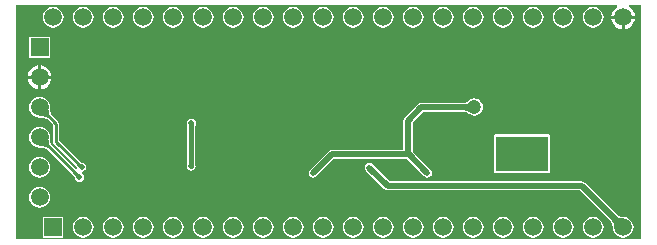
<source format=gbl>
G04*
G04 #@! TF.GenerationSoftware,Altium Limited,Altium Designer,19.1.8 (144)*
G04*
G04 Layer_Physical_Order=2*
G04 Layer_Color=16711680*
%FSLAX25Y25*%
%MOIN*%
G70*
G01*
G75*
%ADD12C,0.01000*%
%ADD14C,0.02000*%
%ADD40C,0.01500*%
%ADD42C,0.05906*%
%ADD43R,0.05906X0.05906*%
%ADD44C,0.04724*%
%ADD45R,0.05906X0.05906*%
%ADD46C,0.01968*%
%ADD47R,0.17600X0.11800*%
G36*
X226000Y-3980D02*
X17520Y-3980D01*
Y73980D01*
X217974Y73980D01*
X218073Y73480D01*
X218007Y73453D01*
X217181Y72819D01*
X216547Y71993D01*
X216149Y71032D01*
X216079Y70500D01*
X220000D01*
X223921D01*
X223851Y71032D01*
X223453Y71993D01*
X222819Y72819D01*
X221993Y73453D01*
X221927Y73480D01*
X222026Y73980D01*
X226000D01*
Y-3980D01*
D02*
G37*
%LPC*%
G36*
X210000Y73483D02*
X209099Y73364D01*
X208259Y73016D01*
X207538Y72462D01*
X206984Y71741D01*
X206636Y70901D01*
X206518Y70000D01*
X206636Y69099D01*
X206984Y68259D01*
X207538Y67537D01*
X208259Y66984D01*
X209099Y66636D01*
X210000Y66518D01*
X210901Y66636D01*
X211741Y66984D01*
X212462Y67537D01*
X213016Y68259D01*
X213364Y69099D01*
X213482Y70000D01*
X213364Y70901D01*
X213016Y71741D01*
X212462Y72462D01*
X211741Y73016D01*
X210901Y73364D01*
X210000Y73483D01*
D02*
G37*
G36*
X200000D02*
X199099Y73364D01*
X198259Y73016D01*
X197538Y72462D01*
X196984Y71741D01*
X196636Y70901D01*
X196518Y70000D01*
X196636Y69099D01*
X196984Y68259D01*
X197538Y67537D01*
X198259Y66984D01*
X199099Y66636D01*
X200000Y66518D01*
X200901Y66636D01*
X201741Y66984D01*
X202463Y67537D01*
X203016Y68259D01*
X203364Y69099D01*
X203483Y70000D01*
X203364Y70901D01*
X203016Y71741D01*
X202463Y72462D01*
X201741Y73016D01*
X200901Y73364D01*
X200000Y73483D01*
D02*
G37*
G36*
X190000D02*
X189099Y73364D01*
X188259Y73016D01*
X187538Y72462D01*
X186984Y71741D01*
X186636Y70901D01*
X186518Y70000D01*
X186636Y69099D01*
X186984Y68259D01*
X187538Y67537D01*
X188259Y66984D01*
X189099Y66636D01*
X190000Y66518D01*
X190901Y66636D01*
X191741Y66984D01*
X192463Y67537D01*
X193016Y68259D01*
X193364Y69099D01*
X193482Y70000D01*
X193364Y70901D01*
X193016Y71741D01*
X192463Y72462D01*
X191741Y73016D01*
X190901Y73364D01*
X190000Y73483D01*
D02*
G37*
G36*
X180000D02*
X179099Y73364D01*
X178259Y73016D01*
X177538Y72462D01*
X176984Y71741D01*
X176636Y70901D01*
X176517Y70000D01*
X176636Y69099D01*
X176984Y68259D01*
X177538Y67537D01*
X178259Y66984D01*
X179099Y66636D01*
X180000Y66518D01*
X180901Y66636D01*
X181741Y66984D01*
X182463Y67537D01*
X183016Y68259D01*
X183364Y69099D01*
X183483Y70000D01*
X183364Y70901D01*
X183016Y71741D01*
X182463Y72462D01*
X181741Y73016D01*
X180901Y73364D01*
X180000Y73483D01*
D02*
G37*
G36*
X170000D02*
X169099Y73364D01*
X168259Y73016D01*
X167537Y72462D01*
X166984Y71741D01*
X166636Y70901D01*
X166517Y70000D01*
X166636Y69099D01*
X166984Y68259D01*
X167537Y67537D01*
X168259Y66984D01*
X169099Y66636D01*
X170000Y66518D01*
X170901Y66636D01*
X171741Y66984D01*
X172462Y67537D01*
X173016Y68259D01*
X173364Y69099D01*
X173483Y70000D01*
X173364Y70901D01*
X173016Y71741D01*
X172462Y72462D01*
X171741Y73016D01*
X170901Y73364D01*
X170000Y73483D01*
D02*
G37*
G36*
X160000D02*
X159099Y73364D01*
X158259Y73016D01*
X157537Y72462D01*
X156984Y71741D01*
X156636Y70901D01*
X156518Y70000D01*
X156636Y69099D01*
X156984Y68259D01*
X157537Y67537D01*
X158259Y66984D01*
X159099Y66636D01*
X160000Y66518D01*
X160901Y66636D01*
X161741Y66984D01*
X162462Y67537D01*
X163016Y68259D01*
X163364Y69099D01*
X163482Y70000D01*
X163364Y70901D01*
X163016Y71741D01*
X162462Y72462D01*
X161741Y73016D01*
X160901Y73364D01*
X160000Y73483D01*
D02*
G37*
G36*
X150000D02*
X149099Y73364D01*
X148259Y73016D01*
X147538Y72462D01*
X146984Y71741D01*
X146636Y70901D01*
X146518Y70000D01*
X146636Y69099D01*
X146984Y68259D01*
X147538Y67537D01*
X148259Y66984D01*
X149099Y66636D01*
X150000Y66518D01*
X150901Y66636D01*
X151741Y66984D01*
X152462Y67537D01*
X153016Y68259D01*
X153364Y69099D01*
X153482Y70000D01*
X153364Y70901D01*
X153016Y71741D01*
X152462Y72462D01*
X151741Y73016D01*
X150901Y73364D01*
X150000Y73483D01*
D02*
G37*
G36*
X140000D02*
X139099Y73364D01*
X138259Y73016D01*
X137538Y72462D01*
X136984Y71741D01*
X136636Y70901D01*
X136518Y70000D01*
X136636Y69099D01*
X136984Y68259D01*
X137538Y67537D01*
X138259Y66984D01*
X139099Y66636D01*
X140000Y66518D01*
X140901Y66636D01*
X141741Y66984D01*
X142463Y67537D01*
X143016Y68259D01*
X143364Y69099D01*
X143482Y70000D01*
X143364Y70901D01*
X143016Y71741D01*
X142463Y72462D01*
X141741Y73016D01*
X140901Y73364D01*
X140000Y73483D01*
D02*
G37*
G36*
X130000D02*
X129099Y73364D01*
X128259Y73016D01*
X127538Y72462D01*
X126984Y71741D01*
X126636Y70901D01*
X126517Y70000D01*
X126636Y69099D01*
X126984Y68259D01*
X127538Y67537D01*
X128259Y66984D01*
X129099Y66636D01*
X130000Y66518D01*
X130901Y66636D01*
X131741Y66984D01*
X132463Y67537D01*
X133016Y68259D01*
X133364Y69099D01*
X133483Y70000D01*
X133364Y70901D01*
X133016Y71741D01*
X132463Y72462D01*
X131741Y73016D01*
X130901Y73364D01*
X130000Y73483D01*
D02*
G37*
G36*
X120000D02*
X119099Y73364D01*
X118259Y73016D01*
X117537Y72462D01*
X116984Y71741D01*
X116636Y70901D01*
X116517Y70000D01*
X116636Y69099D01*
X116984Y68259D01*
X117537Y67537D01*
X118259Y66984D01*
X119099Y66636D01*
X120000Y66518D01*
X120901Y66636D01*
X121741Y66984D01*
X122462Y67537D01*
X123016Y68259D01*
X123364Y69099D01*
X123483Y70000D01*
X123364Y70901D01*
X123016Y71741D01*
X122462Y72462D01*
X121741Y73016D01*
X120901Y73364D01*
X120000Y73483D01*
D02*
G37*
G36*
X110000D02*
X109099Y73364D01*
X108259Y73016D01*
X107537Y72462D01*
X106984Y71741D01*
X106636Y70901D01*
X106518Y70000D01*
X106636Y69099D01*
X106984Y68259D01*
X107537Y67537D01*
X108259Y66984D01*
X109099Y66636D01*
X110000Y66518D01*
X110901Y66636D01*
X111741Y66984D01*
X112462Y67537D01*
X113016Y68259D01*
X113364Y69099D01*
X113482Y70000D01*
X113364Y70901D01*
X113016Y71741D01*
X112462Y72462D01*
X111741Y73016D01*
X110901Y73364D01*
X110000Y73483D01*
D02*
G37*
G36*
X100000D02*
X99099Y73364D01*
X98259Y73016D01*
X97537Y72462D01*
X96984Y71741D01*
X96636Y70901D01*
X96517Y70000D01*
X96636Y69099D01*
X96984Y68259D01*
X97537Y67537D01*
X98259Y66984D01*
X99099Y66636D01*
X100000Y66518D01*
X100901Y66636D01*
X101741Y66984D01*
X102462Y67537D01*
X103016Y68259D01*
X103364Y69099D01*
X103482Y70000D01*
X103364Y70901D01*
X103016Y71741D01*
X102462Y72462D01*
X101741Y73016D01*
X100901Y73364D01*
X100000Y73483D01*
D02*
G37*
G36*
X90000D02*
X89099Y73364D01*
X88259Y73016D01*
X87537Y72462D01*
X86984Y71741D01*
X86636Y70901D01*
X86518Y70000D01*
X86636Y69099D01*
X86984Y68259D01*
X87537Y67537D01*
X88259Y66984D01*
X89099Y66636D01*
X90000Y66518D01*
X90901Y66636D01*
X91741Y66984D01*
X92462Y67537D01*
X93016Y68259D01*
X93364Y69099D01*
X93483Y70000D01*
X93364Y70901D01*
X93016Y71741D01*
X92462Y72462D01*
X91741Y73016D01*
X90901Y73364D01*
X90000Y73483D01*
D02*
G37*
G36*
X80000D02*
X79099Y73364D01*
X78259Y73016D01*
X77538Y72462D01*
X76984Y71741D01*
X76636Y70901D01*
X76517Y70000D01*
X76636Y69099D01*
X76984Y68259D01*
X77538Y67537D01*
X78259Y66984D01*
X79099Y66636D01*
X80000Y66518D01*
X80901Y66636D01*
X81741Y66984D01*
X82463Y67537D01*
X83016Y68259D01*
X83364Y69099D01*
X83482Y70000D01*
X83364Y70901D01*
X83016Y71741D01*
X82463Y72462D01*
X81741Y73016D01*
X80901Y73364D01*
X80000Y73483D01*
D02*
G37*
G36*
X70000D02*
X69099Y73364D01*
X68259Y73016D01*
X67537Y72462D01*
X66984Y71741D01*
X66636Y70901D01*
X66518Y70000D01*
X66636Y69099D01*
X66984Y68259D01*
X67537Y67537D01*
X68259Y66984D01*
X69099Y66636D01*
X70000Y66518D01*
X70901Y66636D01*
X71741Y66984D01*
X72462Y67537D01*
X73016Y68259D01*
X73364Y69099D01*
X73483Y70000D01*
X73364Y70901D01*
X73016Y71741D01*
X72462Y72462D01*
X71741Y73016D01*
X70901Y73364D01*
X70000Y73483D01*
D02*
G37*
G36*
X60000D02*
X59099Y73364D01*
X58259Y73016D01*
X57538Y72462D01*
X56984Y71741D01*
X56636Y70901D01*
X56517Y70000D01*
X56636Y69099D01*
X56984Y68259D01*
X57538Y67537D01*
X58259Y66984D01*
X59099Y66636D01*
X60000Y66518D01*
X60901Y66636D01*
X61741Y66984D01*
X62463Y67537D01*
X63016Y68259D01*
X63364Y69099D01*
X63482Y70000D01*
X63364Y70901D01*
X63016Y71741D01*
X62463Y72462D01*
X61741Y73016D01*
X60901Y73364D01*
X60000Y73483D01*
D02*
G37*
G36*
X50000D02*
X49099Y73364D01*
X48259Y73016D01*
X47537Y72462D01*
X46984Y71741D01*
X46636Y70901D01*
X46518Y70000D01*
X46636Y69099D01*
X46984Y68259D01*
X47537Y67537D01*
X48259Y66984D01*
X49099Y66636D01*
X50000Y66518D01*
X50901Y66636D01*
X51741Y66984D01*
X52463Y67537D01*
X53016Y68259D01*
X53364Y69099D01*
X53483Y70000D01*
X53364Y70901D01*
X53016Y71741D01*
X52463Y72462D01*
X51741Y73016D01*
X50901Y73364D01*
X50000Y73483D01*
D02*
G37*
G36*
X40000D02*
X39099Y73364D01*
X38259Y73016D01*
X37538Y72462D01*
X36984Y71741D01*
X36636Y70901D01*
X36518Y70000D01*
X36636Y69099D01*
X36984Y68259D01*
X37538Y67537D01*
X38259Y66984D01*
X39099Y66636D01*
X40000Y66518D01*
X40901Y66636D01*
X41741Y66984D01*
X42463Y67537D01*
X43016Y68259D01*
X43364Y69099D01*
X43483Y70000D01*
X43364Y70901D01*
X43016Y71741D01*
X42463Y72462D01*
X41741Y73016D01*
X40901Y73364D01*
X40000Y73483D01*
D02*
G37*
G36*
X30000D02*
X29099Y73364D01*
X28259Y73016D01*
X27538Y72462D01*
X26984Y71741D01*
X26636Y70901D01*
X26518Y70000D01*
X26636Y69099D01*
X26984Y68259D01*
X27538Y67537D01*
X28259Y66984D01*
X29099Y66636D01*
X30000Y66518D01*
X30901Y66636D01*
X31741Y66984D01*
X32462Y67537D01*
X33016Y68259D01*
X33364Y69099D01*
X33483Y70000D01*
X33364Y70901D01*
X33016Y71741D01*
X32462Y72462D01*
X31741Y73016D01*
X30901Y73364D01*
X30000Y73483D01*
D02*
G37*
G36*
X223921Y69500D02*
X220500D01*
Y66079D01*
X221032Y66149D01*
X221993Y66547D01*
X222819Y67181D01*
X223453Y68007D01*
X223851Y68968D01*
X223921Y69500D01*
D02*
G37*
G36*
X219500D02*
X216079D01*
X216149Y68968D01*
X216547Y68007D01*
X217181Y67181D01*
X218007Y66547D01*
X218968Y66149D01*
X219500Y66079D01*
Y69500D01*
D02*
G37*
G36*
X28953Y63453D02*
X22047D01*
Y56547D01*
X28953D01*
Y63453D01*
D02*
G37*
G36*
X26000Y53921D02*
Y50500D01*
X29421D01*
X29351Y51032D01*
X28953Y51993D01*
X28319Y52819D01*
X27493Y53453D01*
X26532Y53851D01*
X26000Y53921D01*
D02*
G37*
G36*
X25000D02*
X24468Y53851D01*
X23507Y53453D01*
X22681Y52819D01*
X22047Y51993D01*
X21649Y51032D01*
X21579Y50500D01*
X25000D01*
Y53921D01*
D02*
G37*
G36*
X29421Y49500D02*
X26000D01*
Y46079D01*
X26532Y46149D01*
X27493Y46547D01*
X28319Y47181D01*
X28953Y48007D01*
X29351Y48968D01*
X29421Y49500D01*
D02*
G37*
G36*
X25000D02*
X21579D01*
X21649Y48968D01*
X22047Y48007D01*
X22681Y47181D01*
X23507Y46547D01*
X24468Y46149D01*
X25000Y46079D01*
Y49500D01*
D02*
G37*
G36*
X170400Y42987D02*
X169653Y42889D01*
X168956Y42600D01*
X168359Y42141D01*
X168264Y42017D01*
X168192Y41985D01*
X168088Y41873D01*
X167994Y41791D01*
X167890Y41717D01*
X167774Y41653D01*
X167645Y41596D01*
X167500Y41548D01*
X167341Y41509D01*
X167165Y41480D01*
X166973Y41462D01*
X166750Y41456D01*
X166735Y41449D01*
X166719Y41454D01*
X166700Y41444D01*
X152715D01*
X152130Y41328D01*
X151634Y40996D01*
X147219Y36581D01*
X146887Y36085D01*
X146771Y35500D01*
Y25829D01*
X123001D01*
X122415Y25713D01*
X121919Y25381D01*
X115619Y19081D01*
X115288Y18585D01*
X115171Y18000D01*
X115288Y17415D01*
X115619Y16919D01*
X116115Y16587D01*
X116701Y16471D01*
X117286Y16587D01*
X117782Y16919D01*
X123634Y22771D01*
X147885D01*
X153691Y16965D01*
X154187Y16634D01*
X154772Y16517D01*
X155358Y16634D01*
X155854Y16965D01*
X156185Y17461D01*
X156302Y18046D01*
X156185Y18632D01*
X155854Y19128D01*
X149829Y25152D01*
Y34866D01*
X153349Y38386D01*
X166900D01*
X166926Y38374D01*
X167151Y38368D01*
X167350Y38353D01*
X167535Y38327D01*
X167708Y38293D01*
X167867Y38249D01*
X168014Y38197D01*
X168149Y38137D01*
X168273Y38070D01*
X168387Y37995D01*
X168511Y37896D01*
X168606Y37868D01*
X168956Y37600D01*
X169653Y37312D01*
X170400Y37213D01*
X171147Y37312D01*
X171844Y37600D01*
X172441Y38059D01*
X172900Y38656D01*
X173188Y39353D01*
X173287Y40100D01*
X173188Y40847D01*
X172900Y41543D01*
X172441Y42141D01*
X171844Y42600D01*
X171147Y42889D01*
X170400Y42987D01*
D02*
G37*
G36*
X25500Y43483D02*
X24599Y43364D01*
X23759Y43016D01*
X23038Y42463D01*
X22484Y41741D01*
X22136Y40901D01*
X22017Y40000D01*
X22136Y39099D01*
X22484Y38259D01*
X23038Y37538D01*
X23759Y36984D01*
X24599Y36636D01*
X25498Y36518D01*
X25526Y36506D01*
X25933Y36503D01*
X26658Y36454D01*
X26958Y36411D01*
X27230Y36355D01*
X27467Y36287D01*
X27669Y36211D01*
X27836Y36128D01*
X27970Y36041D01*
X28103Y35926D01*
X28146Y35912D01*
X29980Y34078D01*
Y28500D01*
X30058Y28110D01*
X30279Y27779D01*
X37715Y20343D01*
X37733Y20295D01*
X37861Y20157D01*
X37899Y20111D01*
X37931Y20067D01*
X37954Y20031D01*
X37968Y20004D01*
X37975Y19989D01*
X37976Y19976D01*
X37980Y19968D01*
X37982Y19959D01*
X37991Y19944D01*
X38002Y19922D01*
X38083Y19516D01*
X37805Y19283D01*
X37671Y19221D01*
X29567Y27325D01*
X29553Y27367D01*
X29437Y27502D01*
X29350Y27635D01*
X29268Y27802D01*
X29193Y28003D01*
X29128Y28239D01*
X29074Y28510D01*
X29033Y28808D01*
X28992Y29528D01*
X28993Y29933D01*
X28978Y29969D01*
X28982Y30000D01*
X28864Y30901D01*
X28516Y31741D01*
X27962Y32462D01*
X27241Y33016D01*
X26401Y33364D01*
X25500Y33483D01*
X24599Y33364D01*
X23759Y33016D01*
X23038Y32462D01*
X22484Y31741D01*
X22136Y30901D01*
X22017Y30000D01*
X22136Y29099D01*
X22484Y28259D01*
X23038Y27538D01*
X23759Y26984D01*
X24599Y26636D01*
X25440Y26525D01*
X25484Y26506D01*
X25894Y26498D01*
X26623Y26441D01*
X26925Y26395D01*
X27199Y26337D01*
X27437Y26268D01*
X27640Y26191D01*
X27808Y26107D01*
X27941Y26020D01*
X28074Y25906D01*
X28117Y25892D01*
X37025Y16983D01*
X37042Y16936D01*
X37043Y16936D01*
X37043Y16935D01*
X37170Y16798D01*
X37206Y16753D01*
X37237Y16710D01*
X37258Y16675D01*
X37271Y16651D01*
X37275Y16641D01*
X37276Y16630D01*
X37280Y16621D01*
X37281Y16611D01*
X37287Y16602D01*
X37287Y16600D01*
X37402Y16021D01*
X37730Y15530D01*
X38221Y15202D01*
X38800Y15087D01*
X39379Y15202D01*
X39870Y15530D01*
X40198Y16021D01*
X40313Y16600D01*
X40198Y17179D01*
X39870Y17670D01*
X39379Y17998D01*
X39378Y18001D01*
X39407Y18117D01*
X39684Y18523D01*
X40079Y18602D01*
X40570Y18930D01*
X40898Y19421D01*
X41013Y20000D01*
X40898Y20579D01*
X40570Y21070D01*
X40079Y21398D01*
X39578Y21498D01*
X39555Y21509D01*
X39541Y21519D01*
X39532Y21520D01*
X39524Y21524D01*
X39511Y21525D01*
X39496Y21532D01*
X39469Y21546D01*
X39433Y21569D01*
X39394Y21598D01*
X39277Y21698D01*
X39212Y21760D01*
X39162Y21780D01*
X32020Y28922D01*
Y34500D01*
X31942Y34890D01*
X31721Y35221D01*
X29588Y37354D01*
X29574Y37396D01*
X29459Y37530D01*
X29372Y37664D01*
X29289Y37831D01*
X29213Y38033D01*
X29146Y38270D01*
X29089Y38542D01*
X29046Y38842D01*
X28997Y39567D01*
X28994Y39974D01*
X28982Y40002D01*
X28864Y40901D01*
X28516Y41741D01*
X27962Y42463D01*
X27241Y43016D01*
X26401Y43364D01*
X25500Y43483D01*
D02*
G37*
G36*
X76100Y36213D02*
X75521Y36098D01*
X75030Y35770D01*
X74702Y35279D01*
X74587Y34700D01*
X74702Y34121D01*
X74775Y34011D01*
Y21139D01*
X74602Y20879D01*
X74487Y20300D01*
X74602Y19721D01*
X74930Y19230D01*
X75421Y18902D01*
X76000Y18787D01*
X76579Y18902D01*
X77070Y19230D01*
X77398Y19721D01*
X77513Y20300D01*
X77398Y20879D01*
X77324Y20989D01*
Y33861D01*
X77498Y34121D01*
X77613Y34700D01*
X77498Y35279D01*
X77170Y35770D01*
X76679Y36098D01*
X76100Y36213D01*
D02*
G37*
G36*
X195100Y30941D02*
X177500D01*
X177117Y30783D01*
X176959Y30400D01*
Y18600D01*
X177117Y18217D01*
X177500Y18059D01*
X195100D01*
X195483Y18217D01*
X195641Y18600D01*
Y30400D01*
X195483Y30783D01*
X195100Y30941D01*
D02*
G37*
G36*
X25500Y23483D02*
X24599Y23364D01*
X23759Y23016D01*
X23038Y22463D01*
X22484Y21741D01*
X22136Y20901D01*
X22017Y20000D01*
X22136Y19099D01*
X22484Y18259D01*
X23038Y17537D01*
X23759Y16984D01*
X24599Y16636D01*
X25500Y16517D01*
X26401Y16636D01*
X27241Y16984D01*
X27962Y17537D01*
X28516Y18259D01*
X28864Y19099D01*
X28982Y20000D01*
X28864Y20901D01*
X28516Y21741D01*
X27962Y22463D01*
X27241Y23016D01*
X26401Y23364D01*
X25500Y23483D01*
D02*
G37*
G36*
Y13483D02*
X24599Y13364D01*
X23759Y13016D01*
X23038Y12462D01*
X22484Y11741D01*
X22136Y10901D01*
X22017Y10000D01*
X22136Y9099D01*
X22484Y8259D01*
X23038Y7537D01*
X23759Y6984D01*
X24599Y6636D01*
X25500Y6517D01*
X26401Y6636D01*
X27241Y6984D01*
X27962Y7537D01*
X28516Y8259D01*
X28864Y9099D01*
X28982Y10000D01*
X28864Y10901D01*
X28516Y11741D01*
X27962Y12462D01*
X27241Y13016D01*
X26401Y13364D01*
X25500Y13483D01*
D02*
G37*
G36*
X33453Y3453D02*
X26547D01*
Y-3453D01*
X33453D01*
Y3453D01*
D02*
G37*
G36*
X135400Y21429D02*
X134815Y21313D01*
X134319Y20981D01*
X133987Y20485D01*
X133871Y19900D01*
X133987Y19315D01*
X134319Y18819D01*
X140419Y12719D01*
X140915Y12387D01*
X141500Y12271D01*
X205567D01*
X215669Y2168D01*
X215678Y2143D01*
X215851Y1956D01*
X215991Y1778D01*
X216113Y1593D01*
X216219Y1400D01*
X216308Y1199D01*
X216380Y988D01*
X216437Y767D01*
X216476Y535D01*
X216500Y291D01*
X216506Y17D01*
X216519Y-12D01*
X216636Y-901D01*
X216984Y-1741D01*
X217537Y-2462D01*
X218259Y-3016D01*
X219099Y-3364D01*
X220000Y-3483D01*
X220901Y-3364D01*
X221741Y-3016D01*
X222463Y-2462D01*
X223016Y-1741D01*
X223364Y-901D01*
X223482Y0D01*
X223364Y901D01*
X223016Y1741D01*
X222463Y2462D01*
X221741Y3016D01*
X220901Y3364D01*
X220012Y3481D01*
X219983Y3494D01*
X219709Y3500D01*
X219465Y3523D01*
X219233Y3563D01*
X219012Y3620D01*
X218801Y3692D01*
X218600Y3781D01*
X218407Y3887D01*
X218222Y4009D01*
X218044Y4149D01*
X217857Y4322D01*
X217832Y4331D01*
X207281Y14881D01*
X206785Y15213D01*
X206200Y15329D01*
X142133D01*
X136481Y20981D01*
X135985Y21313D01*
X135400Y21429D01*
D02*
G37*
G36*
X210000Y3483D02*
X209099Y3364D01*
X208259Y3016D01*
X207538Y2462D01*
X206984Y1741D01*
X206636Y901D01*
X206518Y0D01*
X206636Y-901D01*
X206984Y-1741D01*
X207538Y-2462D01*
X208259Y-3016D01*
X209099Y-3364D01*
X210000Y-3483D01*
X210901Y-3364D01*
X211741Y-3016D01*
X212462Y-2462D01*
X213016Y-1741D01*
X213364Y-901D01*
X213482Y0D01*
X213364Y901D01*
X213016Y1741D01*
X212462Y2462D01*
X211741Y3016D01*
X210901Y3364D01*
X210000Y3483D01*
D02*
G37*
G36*
X200000D02*
X199099Y3364D01*
X198259Y3016D01*
X197538Y2462D01*
X196984Y1741D01*
X196636Y901D01*
X196518Y0D01*
X196636Y-901D01*
X196984Y-1741D01*
X197538Y-2462D01*
X198259Y-3016D01*
X199099Y-3364D01*
X200000Y-3483D01*
X200901Y-3364D01*
X201741Y-3016D01*
X202463Y-2462D01*
X203016Y-1741D01*
X203364Y-901D01*
X203483Y0D01*
X203364Y901D01*
X203016Y1741D01*
X202463Y2462D01*
X201741Y3016D01*
X200901Y3364D01*
X200000Y3483D01*
D02*
G37*
G36*
X190000D02*
X189099Y3364D01*
X188259Y3016D01*
X187538Y2462D01*
X186984Y1741D01*
X186636Y901D01*
X186518Y0D01*
X186636Y-901D01*
X186984Y-1741D01*
X187538Y-2462D01*
X188259Y-3016D01*
X189099Y-3364D01*
X190000Y-3483D01*
X190901Y-3364D01*
X191741Y-3016D01*
X192463Y-2462D01*
X193016Y-1741D01*
X193364Y-901D01*
X193482Y0D01*
X193364Y901D01*
X193016Y1741D01*
X192463Y2462D01*
X191741Y3016D01*
X190901Y3364D01*
X190000Y3483D01*
D02*
G37*
G36*
X180000D02*
X179099Y3364D01*
X178259Y3016D01*
X177538Y2462D01*
X176984Y1741D01*
X176636Y901D01*
X176517Y0D01*
X176636Y-901D01*
X176984Y-1741D01*
X177538Y-2462D01*
X178259Y-3016D01*
X179099Y-3364D01*
X180000Y-3483D01*
X180901Y-3364D01*
X181741Y-3016D01*
X182463Y-2462D01*
X183016Y-1741D01*
X183364Y-901D01*
X183483Y0D01*
X183364Y901D01*
X183016Y1741D01*
X182463Y2462D01*
X181741Y3016D01*
X180901Y3364D01*
X180000Y3483D01*
D02*
G37*
G36*
X170000D02*
X169099Y3364D01*
X168259Y3016D01*
X167537Y2462D01*
X166984Y1741D01*
X166636Y901D01*
X166517Y0D01*
X166636Y-901D01*
X166984Y-1741D01*
X167537Y-2462D01*
X168259Y-3016D01*
X169099Y-3364D01*
X170000Y-3483D01*
X170901Y-3364D01*
X171741Y-3016D01*
X172462Y-2462D01*
X173016Y-1741D01*
X173364Y-901D01*
X173483Y0D01*
X173364Y901D01*
X173016Y1741D01*
X172462Y2462D01*
X171741Y3016D01*
X170901Y3364D01*
X170000Y3483D01*
D02*
G37*
G36*
X160000D02*
X159099Y3364D01*
X158259Y3016D01*
X157537Y2462D01*
X156984Y1741D01*
X156636Y901D01*
X156518Y0D01*
X156636Y-901D01*
X156984Y-1741D01*
X157537Y-2462D01*
X158259Y-3016D01*
X159099Y-3364D01*
X160000Y-3483D01*
X160901Y-3364D01*
X161741Y-3016D01*
X162462Y-2462D01*
X163016Y-1741D01*
X163364Y-901D01*
X163482Y0D01*
X163364Y901D01*
X163016Y1741D01*
X162462Y2462D01*
X161741Y3016D01*
X160901Y3364D01*
X160000Y3483D01*
D02*
G37*
G36*
X150000D02*
X149099Y3364D01*
X148259Y3016D01*
X147538Y2462D01*
X146984Y1741D01*
X146636Y901D01*
X146518Y0D01*
X146636Y-901D01*
X146984Y-1741D01*
X147538Y-2462D01*
X148259Y-3016D01*
X149099Y-3364D01*
X150000Y-3483D01*
X150901Y-3364D01*
X151741Y-3016D01*
X152462Y-2462D01*
X153016Y-1741D01*
X153364Y-901D01*
X153482Y0D01*
X153364Y901D01*
X153016Y1741D01*
X152462Y2462D01*
X151741Y3016D01*
X150901Y3364D01*
X150000Y3483D01*
D02*
G37*
G36*
X140000D02*
X139099Y3364D01*
X138259Y3016D01*
X137538Y2462D01*
X136984Y1741D01*
X136636Y901D01*
X136518Y0D01*
X136636Y-901D01*
X136984Y-1741D01*
X137538Y-2462D01*
X138259Y-3016D01*
X139099Y-3364D01*
X140000Y-3483D01*
X140901Y-3364D01*
X141741Y-3016D01*
X142463Y-2462D01*
X143016Y-1741D01*
X143364Y-901D01*
X143482Y0D01*
X143364Y901D01*
X143016Y1741D01*
X142463Y2462D01*
X141741Y3016D01*
X140901Y3364D01*
X140000Y3483D01*
D02*
G37*
G36*
X130000D02*
X129099Y3364D01*
X128259Y3016D01*
X127538Y2462D01*
X126984Y1741D01*
X126636Y901D01*
X126517Y0D01*
X126636Y-901D01*
X126984Y-1741D01*
X127538Y-2462D01*
X128259Y-3016D01*
X129099Y-3364D01*
X130000Y-3483D01*
X130901Y-3364D01*
X131741Y-3016D01*
X132463Y-2462D01*
X133016Y-1741D01*
X133364Y-901D01*
X133483Y0D01*
X133364Y901D01*
X133016Y1741D01*
X132463Y2462D01*
X131741Y3016D01*
X130901Y3364D01*
X130000Y3483D01*
D02*
G37*
G36*
X120000D02*
X119099Y3364D01*
X118259Y3016D01*
X117537Y2462D01*
X116984Y1741D01*
X116636Y901D01*
X116517Y0D01*
X116636Y-901D01*
X116984Y-1741D01*
X117537Y-2462D01*
X118259Y-3016D01*
X119099Y-3364D01*
X120000Y-3483D01*
X120901Y-3364D01*
X121741Y-3016D01*
X122462Y-2462D01*
X123016Y-1741D01*
X123364Y-901D01*
X123483Y0D01*
X123364Y901D01*
X123016Y1741D01*
X122462Y2462D01*
X121741Y3016D01*
X120901Y3364D01*
X120000Y3483D01*
D02*
G37*
G36*
X110000D02*
X109099Y3364D01*
X108259Y3016D01*
X107537Y2462D01*
X106984Y1741D01*
X106636Y901D01*
X106518Y0D01*
X106636Y-901D01*
X106984Y-1741D01*
X107537Y-2462D01*
X108259Y-3016D01*
X109099Y-3364D01*
X110000Y-3483D01*
X110901Y-3364D01*
X111741Y-3016D01*
X112462Y-2462D01*
X113016Y-1741D01*
X113364Y-901D01*
X113482Y0D01*
X113364Y901D01*
X113016Y1741D01*
X112462Y2462D01*
X111741Y3016D01*
X110901Y3364D01*
X110000Y3483D01*
D02*
G37*
G36*
X100000D02*
X99099Y3364D01*
X98259Y3016D01*
X97537Y2462D01*
X96984Y1741D01*
X96636Y901D01*
X96517Y0D01*
X96636Y-901D01*
X96984Y-1741D01*
X97537Y-2462D01*
X98259Y-3016D01*
X99099Y-3364D01*
X100000Y-3483D01*
X100901Y-3364D01*
X101741Y-3016D01*
X102462Y-2462D01*
X103016Y-1741D01*
X103364Y-901D01*
X103482Y0D01*
X103364Y901D01*
X103016Y1741D01*
X102462Y2462D01*
X101741Y3016D01*
X100901Y3364D01*
X100000Y3483D01*
D02*
G37*
G36*
X90000D02*
X89099Y3364D01*
X88259Y3016D01*
X87537Y2462D01*
X86984Y1741D01*
X86636Y901D01*
X86518Y0D01*
X86636Y-901D01*
X86984Y-1741D01*
X87537Y-2462D01*
X88259Y-3016D01*
X89099Y-3364D01*
X90000Y-3483D01*
X90901Y-3364D01*
X91741Y-3016D01*
X92462Y-2462D01*
X93016Y-1741D01*
X93364Y-901D01*
X93483Y0D01*
X93364Y901D01*
X93016Y1741D01*
X92462Y2462D01*
X91741Y3016D01*
X90901Y3364D01*
X90000Y3483D01*
D02*
G37*
G36*
X80000D02*
X79099Y3364D01*
X78259Y3016D01*
X77538Y2462D01*
X76984Y1741D01*
X76636Y901D01*
X76517Y0D01*
X76636Y-901D01*
X76984Y-1741D01*
X77538Y-2462D01*
X78259Y-3016D01*
X79099Y-3364D01*
X80000Y-3483D01*
X80901Y-3364D01*
X81741Y-3016D01*
X82463Y-2462D01*
X83016Y-1741D01*
X83364Y-901D01*
X83482Y0D01*
X83364Y901D01*
X83016Y1741D01*
X82463Y2462D01*
X81741Y3016D01*
X80901Y3364D01*
X80000Y3483D01*
D02*
G37*
G36*
X70000D02*
X69099Y3364D01*
X68259Y3016D01*
X67537Y2462D01*
X66984Y1741D01*
X66636Y901D01*
X66518Y0D01*
X66636Y-901D01*
X66984Y-1741D01*
X67537Y-2462D01*
X68259Y-3016D01*
X69099Y-3364D01*
X70000Y-3483D01*
X70901Y-3364D01*
X71741Y-3016D01*
X72462Y-2462D01*
X73016Y-1741D01*
X73364Y-901D01*
X73483Y0D01*
X73364Y901D01*
X73016Y1741D01*
X72462Y2462D01*
X71741Y3016D01*
X70901Y3364D01*
X70000Y3483D01*
D02*
G37*
G36*
X60000D02*
X59099Y3364D01*
X58259Y3016D01*
X57538Y2462D01*
X56984Y1741D01*
X56636Y901D01*
X56517Y0D01*
X56636Y-901D01*
X56984Y-1741D01*
X57538Y-2462D01*
X58259Y-3016D01*
X59099Y-3364D01*
X60000Y-3483D01*
X60901Y-3364D01*
X61741Y-3016D01*
X62463Y-2462D01*
X63016Y-1741D01*
X63364Y-901D01*
X63482Y0D01*
X63364Y901D01*
X63016Y1741D01*
X62463Y2462D01*
X61741Y3016D01*
X60901Y3364D01*
X60000Y3483D01*
D02*
G37*
G36*
X50000D02*
X49099Y3364D01*
X48259Y3016D01*
X47537Y2462D01*
X46984Y1741D01*
X46636Y901D01*
X46518Y0D01*
X46636Y-901D01*
X46984Y-1741D01*
X47537Y-2462D01*
X48259Y-3016D01*
X49099Y-3364D01*
X50000Y-3483D01*
X50901Y-3364D01*
X51741Y-3016D01*
X52463Y-2462D01*
X53016Y-1741D01*
X53364Y-901D01*
X53483Y0D01*
X53364Y901D01*
X53016Y1741D01*
X52463Y2462D01*
X51741Y3016D01*
X50901Y3364D01*
X50000Y3483D01*
D02*
G37*
G36*
X40000D02*
X39099Y3364D01*
X38259Y3016D01*
X37538Y2462D01*
X36984Y1741D01*
X36636Y901D01*
X36518Y0D01*
X36636Y-901D01*
X36984Y-1741D01*
X37538Y-2462D01*
X38259Y-3016D01*
X39099Y-3364D01*
X40000Y-3483D01*
X40901Y-3364D01*
X41741Y-3016D01*
X42463Y-2462D01*
X43016Y-1741D01*
X43364Y-901D01*
X43483Y0D01*
X43364Y901D01*
X43016Y1741D01*
X42463Y2462D01*
X41741Y3016D01*
X40901Y3364D01*
X40000Y3483D01*
D02*
G37*
%LPD*%
G36*
X168848Y38319D02*
X168706Y38432D01*
X168553Y38534D01*
X168389Y38623D01*
X168214Y38701D01*
X168029Y38766D01*
X167833Y38820D01*
X167626Y38861D01*
X167408Y38891D01*
X167179Y38909D01*
X166939Y38915D01*
X166765Y40915D01*
X167006Y40922D01*
X167234Y40943D01*
X167449Y40978D01*
X167650Y41027D01*
X167839Y41090D01*
X168015Y41168D01*
X168178Y41259D01*
X168328Y41364D01*
X168465Y41483D01*
X168589Y41616D01*
X168848Y38319D01*
D02*
G37*
G36*
X28456Y39546D02*
X28507Y38785D01*
X28556Y38449D01*
X28620Y38142D01*
X28698Y37863D01*
X28792Y37615D01*
X28901Y37395D01*
X29025Y37204D01*
X29164Y37043D01*
X28457Y36336D01*
X28296Y36475D01*
X28105Y36599D01*
X27885Y36708D01*
X27637Y36802D01*
X27358Y36880D01*
X27051Y36944D01*
X26715Y36993D01*
X25954Y37044D01*
X25530Y37047D01*
X28453Y39970D01*
X28456Y39546D01*
D02*
G37*
G36*
X28450Y29513D02*
X28494Y28756D01*
X28540Y28420D01*
X28601Y28114D01*
X28678Y27836D01*
X28771Y27587D01*
X28879Y27367D01*
X29003Y27176D01*
X29143Y27014D01*
X28427Y26315D01*
X28267Y26454D01*
X28077Y26577D01*
X27858Y26687D01*
X27609Y26782D01*
X27330Y26862D01*
X27022Y26928D01*
X26685Y26980D01*
X25921Y27039D01*
X25494Y27047D01*
X28452Y29935D01*
X28450Y29513D01*
D02*
G37*
G36*
X38913Y21297D02*
X39059Y21172D01*
X39128Y21122D01*
X39194Y21080D01*
X39259Y21045D01*
X39320Y21018D01*
X39379Y20999D01*
X39436Y20988D01*
X39490Y20984D01*
X38516Y20010D01*
X38512Y20064D01*
X38501Y20121D01*
X38482Y20180D01*
X38455Y20241D01*
X38421Y20306D01*
X38378Y20372D01*
X38328Y20441D01*
X38269Y20513D01*
X38129Y20663D01*
X38837Y21371D01*
X38913Y21297D01*
D02*
G37*
G36*
X38254Y17906D02*
X38399Y17781D01*
X38468Y17730D01*
X38534Y17686D01*
X38597Y17650D01*
X38658Y17622D01*
X38717Y17602D01*
X38772Y17589D01*
X38826Y17584D01*
X37817Y16645D01*
X37815Y16700D01*
X37806Y16757D01*
X37788Y16817D01*
X37762Y16879D01*
X37729Y16944D01*
X37687Y17011D01*
X37637Y17080D01*
X37580Y17152D01*
X37440Y17303D01*
X38177Y17980D01*
X38254Y17906D01*
D02*
G37*
G36*
X217692Y3737D02*
X217905Y3570D01*
X218127Y3422D01*
X218360Y3295D01*
X218603Y3188D01*
X218857Y3101D01*
X219120Y3034D01*
X219393Y2987D01*
X219677Y2960D01*
X219970Y2953D01*
X217047Y30D01*
X217040Y323D01*
X217013Y607D01*
X216966Y880D01*
X216899Y1144D01*
X216812Y1397D01*
X216705Y1640D01*
X216578Y1873D01*
X216430Y2095D01*
X216263Y2308D01*
X216076Y2510D01*
X217490Y3924D01*
X217692Y3737D01*
D02*
G37*
D12*
X38800Y16600D02*
Y16650D01*
X25500Y29950D02*
X38800Y16650D01*
X25500Y29950D02*
Y30000D01*
Y40000D02*
X31000Y34500D01*
Y28500D02*
Y34500D01*
Y28500D02*
X39500Y20000D01*
D14*
X123001Y24300D02*
X148300D01*
X116701Y18000D02*
X123001Y24300D01*
X148300D02*
X148519D01*
X148300Y35500D02*
X152715Y39915D01*
X148300Y24300D02*
Y35500D01*
X148519Y24300D02*
X154772Y18046D01*
X152715Y39915D02*
X168700D01*
X183200Y13800D02*
X206200D01*
X141500D02*
X183200D01*
X135400Y19900D02*
X141500Y13800D01*
X206200D02*
X220000Y0D01*
D40*
X76000Y20300D02*
X76050Y20350D01*
Y34650D01*
X76100Y34700D01*
D42*
X25500Y10000D02*
D03*
Y20000D02*
D03*
Y30000D02*
D03*
Y40000D02*
D03*
Y50000D02*
D03*
X130000Y70000D02*
D03*
X220000D02*
D03*
X210000D02*
D03*
X200000D02*
D03*
X190000D02*
D03*
X180000D02*
D03*
X170000D02*
D03*
X160000D02*
D03*
X150000D02*
D03*
X140000D02*
D03*
X30000D02*
D03*
X120000D02*
D03*
X110000D02*
D03*
X100000D02*
D03*
X90000D02*
D03*
X80000D02*
D03*
X70000D02*
D03*
X60000D02*
D03*
X50000D02*
D03*
X40000D02*
D03*
X210000Y0D02*
D03*
X200000D02*
D03*
X190000D02*
D03*
X180000D02*
D03*
X170000D02*
D03*
X160000D02*
D03*
X150000D02*
D03*
X140000D02*
D03*
X130000D02*
D03*
X220000D02*
D03*
X110000D02*
D03*
X100000D02*
D03*
X90000D02*
D03*
X80000D02*
D03*
X70000D02*
D03*
X60000D02*
D03*
X50000D02*
D03*
X40000D02*
D03*
X120000D02*
D03*
D43*
X25500Y60000D02*
D03*
D44*
X170400Y40100D02*
D03*
D45*
X30000Y0D02*
D03*
D46*
X90500Y34000D02*
D03*
X57000Y13900D02*
D03*
X46700Y27100D02*
D03*
X51800Y35200D02*
D03*
X73700Y39100D02*
D03*
X76100Y34700D02*
D03*
X64400Y34600D02*
D03*
X57400Y20300D02*
D03*
X76000D02*
D03*
X38800Y16600D02*
D03*
X151100Y25600D02*
D03*
X167600Y56100D02*
D03*
X150500Y16500D02*
D03*
X152500Y11000D02*
D03*
X145900Y11100D02*
D03*
X181800Y24500D02*
D03*
X191700D02*
D03*
X154700Y44000D02*
D03*
X169200Y46700D02*
D03*
X172300Y34700D02*
D03*
X195000Y16800D02*
D03*
X183200Y13800D02*
D03*
X186500Y24500D02*
D03*
X135400Y19900D02*
D03*
X142500Y16400D02*
D03*
X155519Y25000D02*
D03*
X154900Y33800D02*
D03*
X158900D02*
D03*
X85400Y39800D02*
D03*
X168300Y7900D02*
D03*
X139800Y5700D02*
D03*
X91500Y15000D02*
D03*
X103500Y60500D02*
D03*
X103100Y54500D02*
D03*
X89500Y51500D02*
D03*
X197700Y23300D02*
D03*
X204000Y17000D02*
D03*
X180500Y10500D02*
D03*
X185500D02*
D03*
X190500D02*
D03*
X161900Y56200D02*
D03*
X165500Y42500D02*
D03*
X172900Y50400D02*
D03*
X177900Y55300D02*
D03*
X172400Y19000D02*
D03*
X172300Y26100D02*
D03*
X194500Y35600D02*
D03*
X211200Y35000D02*
D03*
X206200D02*
D03*
X195600Y7600D02*
D03*
X200300Y61700D02*
D03*
X195000Y58500D02*
D03*
X187500Y58300D02*
D03*
X182500D02*
D03*
X197700Y19300D02*
D03*
X186700Y38715D02*
D03*
X188700Y40715D02*
D03*
X182500Y35715D02*
D03*
X186500D02*
D03*
X190500D02*
D03*
X192500Y33715D02*
D03*
X188500D02*
D03*
X184500D02*
D03*
X39500Y20000D02*
D03*
X154772Y18046D02*
D03*
X158819Y17500D02*
D03*
X162319D02*
D03*
X162119Y24900D02*
D03*
X116701Y18000D02*
D03*
X123000D02*
D03*
X78858Y29500D02*
D03*
X94900Y41200D02*
D03*
X161000Y9000D02*
D03*
D47*
X186300Y24500D02*
D03*
M02*

</source>
